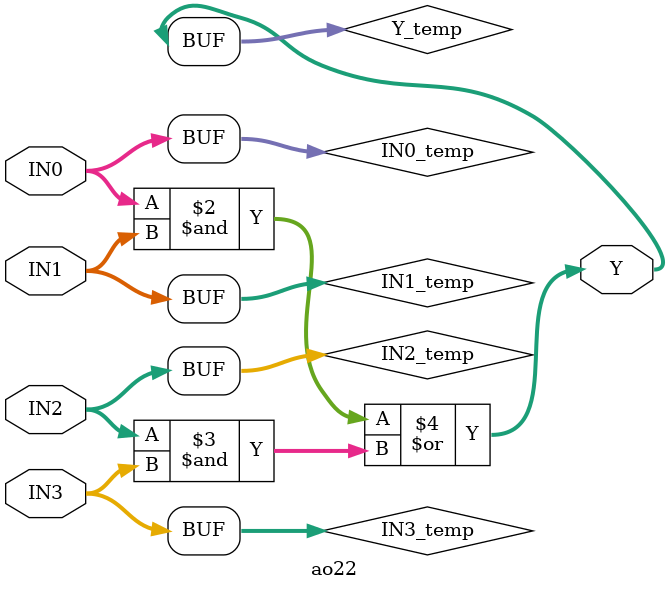
<source format=v>
module ao22(IN0,IN1,IN2,IN3,Y);
  parameter N = 8;
  parameter DPFLAG = 0;
  parameter GROUP = "std";
  parameter
        d_IN0 = 0,
        d_IN1 = 0,
        d_IN2 = 0,
        d_IN3 = 0,
        d_Y = 1;
  input [(N - 1):0] IN0;
  input [(N - 1):0] IN1;
  input [(N - 1):0] IN2;
  input [(N - 1):0] IN3;
  output [(N - 1):0] Y;
  wire [(N - 1):0] IN0_temp;
  wire [(N - 1):0] IN1_temp;
  wire [(N - 1):0] IN2_temp;
  wire [(N - 1):0] IN3_temp;
  reg [(N - 1):0] Y_temp;
  assign #(d_IN0) IN0_temp = IN0;
  assign #(d_IN1) IN1_temp = IN1;
  assign #(d_IN2) IN2_temp = IN2;
  assign #(d_IN3) IN3_temp = IN3;
  assign #(d_Y) Y = Y_temp;
  initial
    begin
    if((DPFLAG == 1))
      $display("(WARNING) The instance %m of type ao22 can't be implemented as a data-path cell");
    end
  always
    @(IN0_temp or IN1_temp or IN2_temp or IN3_temp)
      begin
      Y_temp = ((IN0_temp & IN1_temp) | (IN2_temp & IN3_temp));
      end
endmodule

</source>
